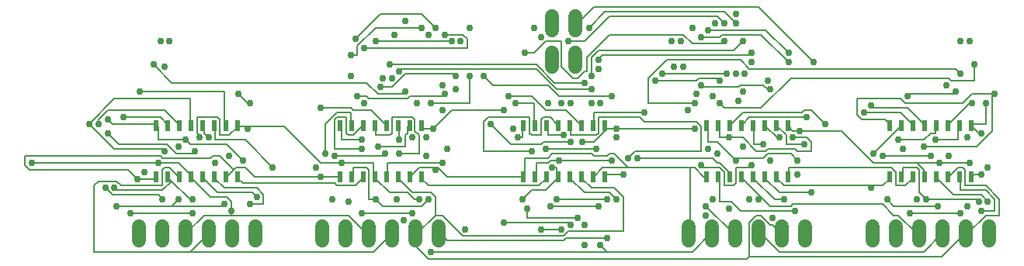
<source format=gbr>
G04 EAGLE Gerber RS-274X export*
G75*
%MOMM*%
%FSLAX34Y34*%
%LPD*%
%INBottom Copper*%
%IPPOS*%
%AMOC8*
5,1,8,0,0,1.08239X$1,22.5*%
G01*
%ADD10C,1.524000*%
%ADD11R,0.600000X1.200000*%
%ADD12C,0.152400*%
%ADD13C,0.756400*%


D10*
X936500Y32380D02*
X936500Y47620D01*
X961900Y47620D02*
X961900Y32380D01*
X987300Y32380D02*
X987300Y47620D01*
X1012700Y47620D02*
X1012700Y32380D01*
X1038100Y32380D02*
X1038100Y47620D01*
X1063500Y47620D02*
X1063500Y32380D01*
X587300Y222380D02*
X587300Y237620D01*
X612700Y237620D02*
X612700Y222380D01*
X587300Y262380D02*
X587300Y277620D01*
X612700Y277620D02*
X612700Y262380D01*
X336500Y47620D02*
X336500Y32380D01*
X361900Y32380D02*
X361900Y47620D01*
X387300Y47620D02*
X387300Y32380D01*
X412700Y32380D02*
X412700Y47620D01*
X438100Y47620D02*
X438100Y32380D01*
X463500Y32380D02*
X463500Y47620D01*
X136500Y47620D02*
X136500Y32380D01*
X161900Y32380D02*
X161900Y47620D01*
X187300Y47620D02*
X187300Y32380D01*
X212700Y32380D02*
X212700Y47620D01*
X238100Y47620D02*
X238100Y32380D01*
X263500Y32380D02*
X263500Y47620D01*
X736500Y47620D02*
X736500Y32380D01*
X761900Y32380D02*
X761900Y47620D01*
X787300Y47620D02*
X787300Y32380D01*
X812700Y32380D02*
X812700Y47620D01*
X838100Y47620D02*
X838100Y32380D01*
X863500Y32380D02*
X863500Y47620D01*
D11*
X155550Y158000D03*
X168250Y158000D03*
X180950Y158000D03*
X193650Y158000D03*
X206350Y158000D03*
X219050Y158000D03*
X231750Y158000D03*
X244450Y158000D03*
X244450Y102000D03*
X231750Y102000D03*
X219050Y102000D03*
X206350Y102000D03*
X193650Y102000D03*
X180950Y102000D03*
X168250Y102000D03*
X155550Y102000D03*
X355550Y158000D03*
X368250Y158000D03*
X380950Y158000D03*
X393650Y158000D03*
X406350Y158000D03*
X419050Y158000D03*
X431750Y158000D03*
X444450Y158000D03*
X444450Y102000D03*
X431750Y102000D03*
X419050Y102000D03*
X406350Y102000D03*
X393650Y102000D03*
X380950Y102000D03*
X368250Y102000D03*
X355550Y102000D03*
X555550Y158000D03*
X568250Y158000D03*
X580950Y158000D03*
X593650Y158000D03*
X606350Y158000D03*
X619050Y158000D03*
X631750Y158000D03*
X644450Y158000D03*
X644450Y102000D03*
X631750Y102000D03*
X619050Y102000D03*
X606350Y102000D03*
X593650Y102000D03*
X580950Y102000D03*
X568250Y102000D03*
X555550Y102000D03*
X755550Y158000D03*
X768250Y158000D03*
X780950Y158000D03*
X793650Y158000D03*
X806350Y158000D03*
X819050Y158000D03*
X831750Y158000D03*
X844450Y158000D03*
X844450Y102000D03*
X831750Y102000D03*
X819050Y102000D03*
X806350Y102000D03*
X793650Y102000D03*
X780950Y102000D03*
X768250Y102000D03*
X755550Y102000D03*
X955550Y158000D03*
X968250Y158000D03*
X980950Y158000D03*
X993650Y158000D03*
X1006350Y158000D03*
X1019050Y158000D03*
X1031750Y158000D03*
X1044450Y158000D03*
X1044450Y102000D03*
X1031750Y102000D03*
X1019050Y102000D03*
X1006350Y102000D03*
X993650Y102000D03*
X980950Y102000D03*
X968250Y102000D03*
X955550Y102000D03*
D12*
X830000Y77500D02*
X807500Y100000D01*
X830000Y77500D02*
X840000Y77500D01*
X807500Y100000D02*
X806350Y102000D01*
X1007500Y100000D02*
X1025000Y82500D01*
X1055000Y82500D01*
X1062500Y75000D01*
X1007500Y100000D02*
X1006350Y102000D01*
X222500Y85000D02*
X207500Y100000D01*
X222500Y85000D02*
X260000Y85000D01*
X265000Y80000D01*
X207500Y100000D02*
X206350Y102000D01*
X407500Y102500D02*
X407500Y117500D01*
X467500Y117500D01*
X407500Y102500D02*
X406350Y102000D01*
X607500Y100000D02*
X622500Y85000D01*
X650000Y85000D01*
X657500Y77500D01*
X647500Y35000D02*
X602500Y35000D01*
X600000Y32500D01*
X472500Y32500D01*
X465000Y40000D01*
X606350Y102000D02*
X607500Y100000D01*
X465000Y40000D02*
X463500Y40000D01*
D13*
X840000Y77500D03*
X1062500Y75000D03*
X265000Y80000D03*
X467500Y117500D03*
X657500Y77500D03*
X647500Y35000D03*
D12*
X820000Y100000D02*
X835000Y85000D01*
X870000Y85000D01*
X820000Y100000D02*
X819050Y102000D01*
X1020000Y102500D02*
X1030000Y112500D01*
X1035000Y112500D01*
X1037500Y110000D01*
X1037500Y92500D01*
X1060000Y92500D01*
X1075000Y77500D01*
X1075000Y60000D01*
X1060000Y60000D01*
X1040000Y40000D01*
X1019050Y102000D02*
X1020000Y102500D01*
X1038100Y40000D02*
X1040000Y40000D01*
X837500Y40000D02*
X827500Y50000D01*
X825000Y50000D01*
X815000Y60000D01*
X810000Y60000D01*
X802500Y52500D01*
X802500Y15000D01*
X1012500Y15000D01*
X1037500Y40000D01*
X838100Y40000D02*
X837500Y40000D01*
X1037500Y40000D02*
X1038100Y40000D01*
X230000Y90000D02*
X220000Y100000D01*
X230000Y90000D02*
X265000Y90000D01*
X272500Y82500D01*
X272500Y72500D01*
X257500Y72500D01*
X220000Y100000D02*
X219050Y102000D01*
X420000Y100000D02*
X435000Y85000D01*
X455000Y85000D01*
X460000Y80000D01*
X460000Y60000D01*
X440000Y40000D01*
X420000Y100000D02*
X419050Y102000D01*
X620000Y100000D02*
X630000Y90000D01*
X655000Y90000D01*
X665000Y80000D01*
X665000Y42500D01*
X605000Y42500D01*
X600000Y37500D01*
X490000Y37500D01*
X467500Y60000D01*
X460000Y60000D01*
X619050Y102000D02*
X620000Y100000D01*
X800000Y12500D02*
X802500Y15000D01*
X800000Y12500D02*
X452500Y12500D01*
X440000Y25000D01*
X440000Y40000D01*
X438100Y40000D01*
D13*
X870000Y85000D03*
X257500Y72500D03*
D12*
X392500Y102500D02*
X392500Y117500D01*
X357500Y117500D02*
X335000Y117500D01*
X357500Y117500D02*
X392500Y117500D01*
X335000Y117500D02*
X295000Y157500D01*
X255000Y157500D02*
X245000Y157500D01*
X255000Y157500D02*
X295000Y157500D01*
X392500Y102500D02*
X393650Y102000D01*
X202500Y145000D02*
X202500Y147500D01*
X200000Y150000D01*
X200000Y167500D01*
X222500Y167500D01*
X225000Y165000D01*
X225000Y147500D01*
X235000Y147500D01*
X245000Y157500D01*
X244450Y158000D01*
X195000Y100000D02*
X215000Y80000D01*
X232500Y80000D01*
X237500Y75000D01*
X237500Y65000D02*
X237500Y60000D01*
X237500Y65000D02*
X237500Y75000D01*
X237500Y60000D02*
X207500Y60000D01*
X187500Y40000D01*
X195000Y100000D02*
X193650Y102000D01*
X187500Y40000D02*
X187300Y40000D01*
X180000Y117500D02*
X157500Y117500D01*
X180000Y117500D02*
X195000Y102500D01*
X193650Y102000D01*
X365000Y60000D02*
X385000Y40000D01*
X365000Y60000D02*
X237500Y60000D01*
X385000Y40000D02*
X387300Y40000D01*
X157500Y117500D02*
X20000Y117500D01*
X255000Y155000D02*
X255000Y157500D01*
X445000Y157500D02*
X447500Y155000D01*
X457500Y155000D01*
X445000Y157500D02*
X444450Y158000D01*
X457500Y155000D02*
X477500Y175000D01*
X535000Y175000D01*
X645000Y157500D02*
X647500Y155000D01*
X657500Y155000D01*
X645000Y157500D02*
X644450Y158000D01*
X592500Y112500D02*
X592500Y102500D01*
X592500Y112500D02*
X587500Y112500D01*
X592500Y102500D02*
X593650Y102000D01*
X632500Y140000D02*
X647500Y155000D01*
X632500Y140000D02*
X620000Y140000D01*
X657500Y155000D02*
X742500Y155000D01*
X565000Y87500D02*
X555000Y77500D01*
X565000Y87500D02*
X580000Y87500D01*
X592500Y100000D01*
X593650Y102000D01*
X1045000Y157500D02*
X1052500Y150000D01*
X1055000Y150000D01*
X1045000Y157500D02*
X1044450Y158000D01*
X1060000Y160000D02*
X1060000Y182500D01*
X1060000Y160000D02*
X1045000Y160000D01*
X1044450Y158000D01*
X850000Y152500D02*
X845000Y157500D01*
X857500Y152500D02*
X902500Y152500D01*
X857500Y152500D02*
X850000Y152500D01*
X902500Y152500D02*
X937500Y117500D01*
X985000Y117500D01*
X992500Y110000D01*
X992500Y102500D01*
X845000Y157500D02*
X844450Y158000D01*
X992500Y102500D02*
X993650Y102000D01*
X985000Y117500D02*
X1010000Y117500D01*
X1042500Y117500D01*
X825000Y70000D02*
X815000Y80000D01*
X795000Y100000D01*
X825000Y70000D02*
X847500Y70000D01*
X850000Y72500D01*
X947500Y72500D01*
X960000Y60000D01*
X965000Y60000D01*
X985000Y40000D01*
X795000Y100000D02*
X793650Y102000D01*
X985000Y40000D02*
X987300Y40000D01*
X815000Y80000D02*
X812500Y77500D01*
X785000Y40000D02*
X755000Y70000D01*
X785000Y40000D02*
X787300Y40000D01*
X410000Y85000D02*
X395000Y100000D01*
X410000Y85000D02*
X430000Y85000D01*
X437500Y77500D01*
X442500Y77500D01*
X395000Y100000D02*
X393650Y102000D01*
D13*
X202500Y145000D03*
X357500Y117500D03*
X157500Y117500D03*
X237500Y65000D03*
X20000Y117500D03*
X255000Y155000D03*
X457500Y155000D03*
X535000Y175000D03*
X657500Y155000D03*
X587500Y112500D03*
X620000Y140000D03*
X742500Y155000D03*
X555000Y77500D03*
X1055000Y150000D03*
X1060000Y182500D03*
X1042500Y117500D03*
X857500Y152500D03*
X812500Y77500D03*
X1010000Y117500D03*
X755000Y70000D03*
X442500Y77500D03*
D12*
X250000Y95000D02*
X245000Y100000D01*
X250000Y95000D02*
X350000Y95000D01*
X352500Y92500D01*
X372500Y92500D01*
X380000Y100000D01*
X245000Y100000D02*
X244450Y102000D01*
X380000Y100000D02*
X380950Y102000D01*
X445000Y100000D02*
X452500Y92500D01*
X572500Y92500D01*
X580000Y100000D01*
X445000Y100000D02*
X444450Y102000D01*
X580000Y100000D02*
X580950Y102000D01*
X645000Y102500D02*
X647500Y105000D01*
X665000Y105000D01*
X680000Y122500D02*
X762500Y122500D01*
X767500Y117500D01*
X770000Y117500D01*
X780000Y107500D01*
X780000Y102500D01*
X645000Y102500D02*
X644450Y102000D01*
X780000Y102500D02*
X780950Y102000D01*
D13*
X665000Y105000D03*
X680000Y122500D03*
D12*
X192500Y77500D02*
X172500Y97500D01*
X170000Y100000D01*
X192500Y77500D02*
X195000Y77500D01*
X170000Y100000D02*
X168250Y102000D01*
X172500Y97500D02*
X162500Y87500D01*
X112500Y87500D01*
X110000Y90000D01*
D13*
X195000Y77500D03*
X110000Y90000D03*
D12*
X157500Y142500D02*
X157500Y157500D01*
X157500Y142500D02*
X187500Y142500D01*
X157500Y157500D02*
X155550Y158000D01*
X107500Y160000D02*
X102500Y165000D01*
X107500Y160000D02*
X155000Y160000D01*
X155550Y158000D01*
X232500Y137500D02*
X250000Y120000D01*
X232500Y137500D02*
X192500Y137500D01*
X187500Y142500D01*
D13*
X187500Y142500D03*
X102500Y165000D03*
X250000Y120000D03*
D12*
X167500Y160000D02*
X160000Y167500D01*
X120000Y167500D01*
X167500Y160000D02*
X168250Y158000D01*
X180000Y77500D02*
X172500Y70000D01*
X112500Y70000D01*
X227500Y70000D02*
X230000Y72500D01*
X227500Y70000D02*
X172500Y70000D01*
D13*
X120000Y167500D03*
X180000Y77500D03*
X112500Y70000D03*
X230000Y72500D03*
D12*
X180000Y160000D02*
X165000Y175000D01*
X102500Y175000D01*
X92500Y165000D01*
X92500Y160000D01*
X180000Y160000D02*
X180950Y158000D01*
D13*
X92500Y160000D03*
X180000Y135000D03*
X235000Y125000D03*
D12*
X192500Y160000D02*
X192500Y187500D01*
X110000Y187500D01*
X82500Y160000D01*
X192500Y160000D02*
X193650Y158000D01*
X165000Y130000D02*
X162500Y132500D01*
X110000Y132500D01*
X82500Y160000D01*
D13*
X82500Y160000D03*
X165000Y130000D03*
X220000Y117500D03*
D12*
X207500Y150000D02*
X207500Y157500D01*
X207500Y150000D02*
X212500Y145000D01*
X207500Y157500D02*
X206350Y158000D01*
X115000Y137500D02*
X102500Y150000D01*
X115000Y137500D02*
X167500Y137500D01*
X177500Y127500D01*
X195000Y127500D01*
X197500Y130000D01*
X157500Y82500D02*
X162500Y77500D01*
X157500Y82500D02*
X107500Y82500D01*
X100000Y90000D01*
D13*
X212500Y145000D03*
X197500Y130000D03*
X102500Y150000D03*
X162500Y77500D03*
X100000Y90000D03*
D12*
X220000Y142500D02*
X220000Y157500D01*
X220000Y142500D02*
X252500Y142500D01*
X282500Y112500D01*
X220000Y157500D02*
X219050Y158000D01*
D13*
X282500Y112500D03*
D12*
X230000Y160000D02*
X230000Y195000D01*
X137500Y195000D01*
X230000Y160000D02*
X231750Y158000D01*
X195000Y62500D02*
X127500Y62500D01*
D13*
X137500Y195000D03*
X195000Y62500D03*
X127500Y62500D03*
D12*
X370000Y102500D02*
X370000Y112500D01*
X385000Y112500D01*
X387500Y110000D01*
X387500Y77500D01*
X395000Y77500D01*
X370000Y102500D02*
X368250Y102000D01*
X445000Y70000D02*
X452500Y77500D01*
X445000Y70000D02*
X402500Y70000D01*
X395000Y77500D01*
D13*
X395000Y77500D03*
X452500Y77500D03*
D12*
X357500Y142500D02*
X357500Y157500D01*
X357500Y142500D02*
X380000Y142500D01*
X357500Y157500D02*
X355550Y158000D01*
D13*
X380000Y142500D03*
X450000Y125000D03*
D12*
X367500Y160000D02*
X367500Y172500D01*
X352500Y172500D01*
X340000Y160000D01*
X340000Y127500D01*
X368250Y158000D02*
X367500Y160000D01*
X380000Y62500D02*
X435000Y62500D01*
D13*
X340000Y127500D03*
X380000Y62500D03*
X435000Y62500D03*
D12*
X370000Y147500D02*
X380000Y157500D01*
X370000Y147500D02*
X365000Y147500D01*
X362500Y150000D01*
X362500Y167500D01*
X352500Y167500D01*
X350000Y165000D01*
X350000Y132500D01*
X380000Y132500D01*
X380000Y157500D02*
X380950Y158000D01*
D13*
X380000Y132500D03*
X425000Y55000D03*
D12*
X395000Y147500D02*
X395000Y157500D01*
X395000Y147500D02*
X410000Y147500D01*
X412500Y150000D01*
X412500Y167500D01*
X435000Y167500D01*
X437500Y165000D01*
X437500Y152500D01*
X442500Y147500D01*
X442500Y127500D01*
X420000Y127500D01*
X395000Y157500D02*
X393650Y158000D01*
D13*
X420000Y127500D03*
X365000Y75000D03*
D12*
X405000Y160000D02*
X390000Y175000D01*
X370000Y175000D01*
X367500Y177500D01*
X335000Y177500D01*
X405000Y160000D02*
X406350Y158000D01*
D13*
X335000Y177500D03*
X417500Y77500D03*
D12*
X420000Y142500D02*
X420000Y157500D01*
X419050Y158000D01*
X402500Y125000D02*
X350000Y125000D01*
X402500Y125000D02*
X405000Y127500D01*
D13*
X420000Y142500D03*
X405000Y127500D03*
X350000Y125000D03*
D12*
X430000Y150000D02*
X430000Y157500D01*
X430000Y150000D02*
X427500Y147500D01*
X427500Y135000D01*
X397500Y135000D01*
X430000Y157500D02*
X431750Y158000D01*
D13*
X397500Y135000D03*
X347500Y77500D03*
D12*
X570000Y102500D02*
X570000Y117500D01*
X582500Y117500D01*
X585000Y120000D01*
X595000Y120000D01*
X570000Y102500D02*
X568250Y102000D01*
X595000Y120000D02*
X652500Y120000D01*
D13*
X595000Y120000D03*
X652500Y120000D03*
D12*
X555000Y145000D02*
X555000Y157500D01*
X555000Y145000D02*
X550000Y145000D01*
X555000Y157500D02*
X555550Y158000D01*
X592500Y77500D02*
X647500Y77500D01*
D13*
X550000Y145000D03*
X592500Y77500D03*
X647500Y77500D03*
D12*
X567500Y160000D02*
X567500Y182500D01*
X547500Y182500D01*
X567500Y160000D02*
X568250Y158000D01*
X580000Y132500D02*
X635000Y132500D01*
D13*
X547500Y182500D03*
X580000Y132500D03*
X635000Y132500D03*
D12*
X582500Y147500D02*
X582500Y157500D01*
X582500Y147500D02*
X600000Y147500D01*
X582500Y157500D02*
X580950Y158000D01*
X585000Y70000D02*
X637500Y70000D01*
D13*
X600000Y147500D03*
X585000Y70000D03*
X637500Y70000D03*
D12*
X592500Y160000D02*
X585000Y167500D01*
X577500Y167500D01*
X575000Y165000D01*
X575000Y147500D01*
X565000Y147500D01*
X562500Y150000D01*
X562500Y167500D01*
X517500Y167500D01*
X512500Y162500D01*
X512500Y130000D01*
X565000Y130000D01*
X593650Y158000D02*
X592500Y160000D01*
D13*
X565000Y130000D03*
X622500Y50000D03*
X622500Y27500D03*
D12*
X607500Y147500D02*
X607500Y157500D01*
X607500Y147500D02*
X635000Y147500D01*
X637500Y150000D01*
X637500Y167500D01*
X682500Y167500D01*
X687500Y162500D01*
X745000Y162500D01*
X750000Y157500D01*
X750000Y130000D01*
X677500Y130000D01*
X670000Y122500D01*
X607500Y157500D02*
X606350Y158000D01*
X560000Y67500D02*
X560000Y57500D01*
X615000Y57500D01*
D13*
X670000Y122500D03*
X615000Y57500D03*
X560000Y67500D03*
D12*
X617500Y160000D02*
X602500Y175000D01*
X580000Y175000D01*
X565000Y190000D01*
X540000Y190000D01*
X617500Y160000D02*
X619050Y158000D01*
X605000Y52500D02*
X607500Y50000D01*
X605000Y52500D02*
X535000Y52500D01*
D13*
X540000Y190000D03*
X607500Y50000D03*
X535000Y52500D03*
D12*
X632500Y160000D02*
X632500Y172500D01*
X687500Y172500D01*
X632500Y160000D02*
X631750Y158000D01*
X597500Y45000D02*
X575000Y45000D01*
D13*
X687500Y172500D03*
X575000Y45000D03*
X597500Y45000D03*
D12*
X770000Y75000D02*
X770000Y100000D01*
X770000Y75000D02*
X782500Y75000D01*
X792500Y65000D01*
X852500Y65000D01*
X770000Y100000D02*
X768250Y102000D01*
D13*
X852500Y65000D03*
X795000Y135000D03*
D12*
X757500Y140000D02*
X757500Y157500D01*
X757500Y140000D02*
X767500Y140000D01*
X785000Y122500D01*
X757500Y157500D02*
X755550Y158000D01*
X847500Y127500D02*
X855000Y120000D01*
X847500Y127500D02*
X822500Y127500D01*
X817500Y122500D01*
X785000Y122500D01*
X787500Y120000D01*
D13*
X787500Y120000D03*
X855000Y120000D03*
D12*
X770000Y145000D02*
X770000Y157500D01*
X770000Y145000D02*
X780000Y145000D01*
X770000Y157500D02*
X768250Y158000D01*
X850000Y145000D02*
X865000Y145000D01*
X870000Y140000D01*
X870000Y130000D01*
X855000Y130000D01*
X852500Y132500D01*
X822500Y132500D01*
X820000Y130000D01*
X810000Y130000D01*
X795000Y145000D01*
X780000Y145000D01*
D13*
X780000Y145000D03*
X850000Y145000D03*
D12*
X795000Y172500D02*
X782500Y160000D01*
X795000Y172500D02*
X860000Y172500D01*
X862500Y175000D01*
X870000Y175000D01*
X885000Y160000D01*
X782500Y160000D02*
X780950Y158000D01*
D13*
X885000Y160000D03*
X827500Y57500D03*
X780000Y67500D03*
D12*
X795000Y160000D02*
X802500Y167500D01*
X865000Y167500D01*
X795000Y160000D02*
X793650Y158000D01*
D13*
X865000Y167500D03*
X825000Y120000D03*
X767500Y127500D03*
D12*
X807500Y137500D02*
X807500Y157500D01*
X807500Y137500D02*
X817500Y137500D01*
X807500Y157500D02*
X806350Y158000D01*
D13*
X817500Y137500D03*
X762500Y77500D03*
D12*
X832500Y145000D02*
X820000Y157500D01*
X832500Y145000D02*
X835000Y145000D01*
X820000Y157500D02*
X819050Y158000D01*
X752500Y112500D02*
X750000Y115000D01*
X752500Y112500D02*
X770000Y112500D01*
X775000Y107500D01*
X775000Y92500D01*
X785000Y92500D01*
X787500Y95000D01*
X787500Y112500D01*
X802500Y112500D01*
X805000Y115000D01*
D13*
X835000Y145000D03*
X805000Y115000D03*
X750000Y115000D03*
D12*
X832500Y157500D02*
X842500Y147500D01*
X842500Y137500D01*
X862500Y137500D01*
X832500Y157500D02*
X831750Y158000D01*
D13*
X862500Y137500D03*
X755000Y60000D03*
X802500Y77500D03*
D12*
X180000Y102500D02*
X170000Y112500D01*
X165000Y112500D01*
X162500Y110000D01*
X162500Y92500D01*
X117500Y92500D01*
X112500Y97500D01*
X92500Y97500D01*
X87500Y92500D01*
X87500Y20000D01*
X192500Y20000D01*
X212500Y40000D01*
X180950Y102000D02*
X180000Y102500D01*
X212500Y40000D02*
X212700Y40000D01*
X392500Y20000D02*
X412500Y40000D01*
X392500Y20000D02*
X192500Y20000D01*
X412500Y40000D02*
X412700Y40000D01*
X845000Y102500D02*
X845000Y112500D01*
X957500Y112500D01*
X962500Y107500D01*
X962500Y92500D01*
X972500Y92500D01*
X980000Y100000D01*
X845000Y102500D02*
X844450Y102000D01*
X980000Y100000D02*
X980950Y102000D01*
X1045000Y102500D02*
X1047500Y105000D01*
X1055000Y105000D01*
X1045000Y102500D02*
X1044450Y102000D01*
X835000Y20000D02*
X815000Y40000D01*
X835000Y20000D02*
X992500Y20000D01*
X1012500Y40000D01*
X815000Y40000D02*
X812700Y40000D01*
X1012500Y40000D02*
X1012700Y40000D01*
D13*
X1055000Y105000D03*
D12*
X1030000Y142500D02*
X1030000Y157500D01*
X1030000Y142500D02*
X1005000Y142500D01*
X1030000Y157500D02*
X1031750Y158000D01*
X1000000Y125000D02*
X947500Y125000D01*
D13*
X1005000Y142500D03*
X947500Y125000D03*
X1000000Y125000D03*
D12*
X1020000Y160000D02*
X1042500Y182500D01*
X1045000Y182500D01*
X1020000Y160000D02*
X1019050Y158000D01*
X952500Y77500D02*
X960000Y70000D01*
X1007500Y70000D01*
D13*
X1045000Y182500D03*
X1007500Y70000D03*
X952500Y77500D03*
D12*
X1005000Y150000D02*
X1005000Y157500D01*
X1005000Y150000D02*
X1000000Y150000D01*
X992500Y142500D01*
X965000Y142500D01*
X1005000Y157500D02*
X1006350Y158000D01*
D13*
X965000Y142500D03*
X1020000Y125000D03*
D12*
X992500Y160000D02*
X975000Y177500D01*
X937500Y177500D01*
X935000Y180000D01*
X992500Y160000D02*
X993650Y158000D01*
D13*
X935000Y180000D03*
X970000Y132500D03*
D12*
X980000Y160000D02*
X967500Y172500D01*
X927500Y172500D01*
X980000Y160000D02*
X980950Y158000D01*
X977500Y62500D02*
X1032500Y62500D01*
D13*
X927500Y172500D03*
X977500Y62500D03*
X1032500Y62500D03*
D12*
X937500Y127500D02*
X967500Y157500D01*
X968250Y158000D01*
D13*
X937500Y127500D03*
X985000Y77500D03*
X1040000Y70000D03*
D12*
X955000Y160000D02*
X950000Y165000D01*
X925000Y165000D01*
X920000Y170000D01*
X920000Y187500D01*
X967500Y187500D01*
X972500Y182500D01*
X1035000Y182500D01*
X1045000Y192500D01*
X1067500Y192500D01*
X955000Y160000D02*
X955550Y158000D01*
X992500Y135000D02*
X1050000Y135000D01*
X1067500Y152500D01*
X1067500Y192500D01*
X1070000Y192500D01*
D13*
X1070000Y192500D03*
X992500Y135000D03*
D12*
X970000Y112500D02*
X970000Y102500D01*
X970000Y112500D02*
X985000Y112500D01*
X987500Y110000D01*
X987500Y85000D01*
X995000Y77500D01*
X970000Y102500D02*
X968250Y102000D01*
X1050000Y77500D02*
X1052500Y75000D01*
X1050000Y77500D02*
X995000Y77500D01*
D13*
X995000Y77500D03*
X1052500Y75000D03*
D12*
X805000Y237500D02*
X802500Y235000D01*
X642500Y235000D01*
X637500Y230000D01*
D13*
X805000Y237500D03*
X637500Y230000D03*
X597500Y182500D03*
D12*
X785000Y240000D02*
X795000Y250000D01*
X785000Y240000D02*
X637500Y240000D01*
X630000Y232500D01*
X630000Y212500D01*
D13*
X795000Y250000D03*
X630000Y212500D03*
D12*
X775000Y282500D02*
X787500Y270000D01*
X775000Y282500D02*
X645000Y282500D01*
X627500Y265000D01*
D13*
X787500Y270000D03*
X627500Y265000D03*
X582500Y182500D03*
D12*
X767500Y277500D02*
X775000Y270000D01*
X767500Y277500D02*
X650000Y277500D01*
X622500Y250000D01*
X605000Y250000D01*
D13*
X775000Y270000D03*
X605000Y250000D03*
X805000Y227500D03*
X575000Y255000D03*
D12*
X772500Y247500D02*
X775000Y250000D01*
X772500Y247500D02*
X740000Y247500D01*
X730000Y257500D01*
X650000Y257500D01*
X625000Y232500D01*
X625000Y217500D01*
X622500Y217500D01*
X615000Y210000D01*
X610000Y210000D01*
X597500Y222500D01*
X597500Y250000D01*
X580000Y250000D01*
X567500Y237500D01*
X557500Y237500D01*
D13*
X775000Y250000D03*
X557500Y237500D03*
X765000Y270000D03*
X567500Y265000D03*
X745000Y192500D03*
X545000Y155000D03*
D12*
X812500Y287500D02*
X872500Y227500D01*
X812500Y287500D02*
X632500Y287500D01*
X615000Y270000D01*
X612700Y270000D01*
D13*
X872500Y227500D03*
X142500Y107500D03*
X330000Y112500D03*
X492500Y45000D03*
X472500Y132500D03*
X657500Y145000D03*
X855000Y105000D03*
X1062500Y112500D03*
D12*
X1025000Y192500D02*
X1027500Y195000D01*
X1025000Y192500D02*
X977500Y192500D01*
X975000Y190000D01*
X647500Y20000D02*
X640000Y27500D01*
X647500Y20000D02*
X740000Y20000D01*
X760000Y40000D01*
X761900Y40000D01*
X647500Y20000D02*
X455000Y20000D01*
D13*
X1027500Y195000D03*
X975000Y190000D03*
X640000Y27500D03*
X455000Y20000D03*
D12*
X155000Y100000D02*
X135000Y100000D01*
X155000Y100000D02*
X155550Y102000D01*
X240000Y110000D02*
X242500Y112500D01*
X240000Y110000D02*
X232500Y102500D01*
X242500Y112500D02*
X252500Y112500D01*
X262500Y102500D01*
X335000Y102500D02*
X355000Y102500D01*
X335000Y102500D02*
X262500Y102500D01*
X232500Y102500D02*
X231750Y102000D01*
X355000Y102500D02*
X355550Y102000D01*
X135000Y100000D02*
X125000Y110000D01*
X17500Y110000D01*
X12500Y115000D01*
X12500Y125000D01*
X160000Y125000D01*
X162500Y122500D01*
X215000Y122500D01*
X217500Y125000D01*
X225000Y125000D01*
X240000Y110000D01*
X832500Y100000D02*
X840000Y92500D01*
X935000Y92500D02*
X947500Y92500D01*
X935000Y92500D02*
X840000Y92500D01*
X947500Y92500D02*
X955000Y100000D01*
X832500Y100000D02*
X831750Y102000D01*
X955000Y100000D02*
X955550Y102000D01*
X1032500Y100000D02*
X1032500Y87500D01*
X1060000Y87500D01*
X1070000Y77500D01*
X1070000Y65000D01*
X1055000Y65000D01*
X1032500Y100000D02*
X1031750Y102000D01*
X935000Y92500D02*
X935000Y90000D01*
X442500Y112500D02*
X432500Y102500D01*
X460000Y112500D02*
X462500Y112500D01*
X460000Y112500D02*
X442500Y112500D01*
X462500Y112500D02*
X472500Y102500D01*
X555000Y102500D01*
X432500Y102500D02*
X431750Y102000D01*
X555000Y102500D02*
X555550Y102000D01*
X632500Y102500D02*
X642500Y112500D01*
X737500Y112500D02*
X742500Y112500D01*
X737500Y112500D02*
X670000Y112500D01*
X642500Y112500D01*
X742500Y112500D02*
X752500Y102500D01*
X755000Y102500D01*
X632500Y102500D02*
X631750Y102000D01*
X755000Y102500D02*
X755550Y102000D01*
X737500Y112500D02*
X737500Y40000D01*
X736500Y40000D01*
X557500Y102500D02*
X557500Y122500D01*
X582500Y122500D01*
X587500Y127500D01*
X630000Y127500D01*
X632500Y125000D01*
X647500Y125000D01*
X650000Y127500D01*
X655000Y127500D01*
X670000Y112500D01*
X557500Y102500D02*
X555550Y102000D01*
X460000Y110000D02*
X460000Y112500D01*
D13*
X135000Y100000D03*
X335000Y102500D03*
X1055000Y65000D03*
X935000Y90000D03*
X460000Y110000D03*
D12*
X255000Y182500D02*
X245000Y192500D01*
X255000Y182500D02*
X257500Y182500D01*
D13*
X245000Y192500D03*
X257500Y182500D03*
X170000Y250000D03*
X450000Y145000D03*
X160000Y250000D03*
X440000Y182500D03*
X165000Y222500D03*
X435000Y145000D03*
D12*
X172500Y205000D02*
X152500Y225000D01*
X172500Y205000D02*
X385000Y205000D01*
X397500Y192500D01*
X425000Y192500D01*
X427500Y195000D01*
D13*
X152500Y225000D03*
X427500Y195000D03*
D12*
X497500Y182500D02*
X497500Y212500D01*
X497500Y182500D02*
X455000Y182500D01*
D13*
X497500Y212500D03*
X455000Y182500D03*
X487500Y250000D03*
X412500Y210000D03*
X482500Y197500D03*
X402500Y210000D03*
D12*
X480000Y215000D02*
X482500Y212500D01*
X480000Y215000D02*
X427500Y215000D01*
X412500Y200000D01*
X400000Y200000D01*
D13*
X482500Y212500D03*
X400000Y200000D03*
D12*
X395000Y250000D02*
X477500Y250000D01*
D13*
X477500Y250000D03*
X395000Y250000D03*
D12*
X470000Y257500D02*
X490000Y257500D01*
X495000Y252500D01*
X495000Y242500D01*
X382500Y242500D01*
D13*
X470000Y257500D03*
X382500Y242500D03*
X467500Y202500D03*
X382500Y182500D03*
D12*
X467500Y190000D02*
X470000Y192500D01*
X467500Y190000D02*
X432500Y190000D01*
X430000Y187500D01*
X387500Y187500D01*
X385000Y190000D01*
X375000Y190000D01*
D13*
X470000Y192500D03*
X375000Y190000D03*
D12*
X460000Y265000D02*
X445000Y280000D01*
X400000Y280000D01*
X372500Y252500D01*
D13*
X460000Y265000D03*
X372500Y252500D03*
X452500Y257500D03*
X367500Y212500D03*
D12*
X395000Y265000D02*
X445000Y265000D01*
X395000Y265000D02*
X375000Y245000D01*
X375000Y235000D01*
X367500Y235000D01*
D13*
X445000Y265000D03*
X367500Y235000D03*
D12*
X512500Y212500D02*
X522500Y202500D01*
X582500Y202500D01*
X595000Y190000D01*
X652500Y190000D01*
D13*
X512500Y212500D03*
X652500Y190000D03*
X497500Y265000D03*
X637500Y220000D03*
X467500Y175000D03*
X640000Y182500D03*
X427500Y272500D03*
X630000Y182500D03*
D12*
X422500Y220000D02*
X420000Y217500D01*
X422500Y220000D02*
X570000Y220000D01*
X592500Y197500D01*
X630000Y197500D01*
D13*
X420000Y217500D03*
X630000Y197500D03*
D12*
X570000Y225000D02*
X410000Y225000D01*
X570000Y225000D02*
X590000Y205000D01*
X622500Y205000D01*
D13*
X410000Y225000D03*
X622500Y205000D03*
X415000Y257500D03*
X607500Y182500D03*
D12*
X542500Y137500D02*
X520000Y160000D01*
X542500Y137500D02*
X575000Y137500D01*
X577500Y140000D01*
X607500Y140000D01*
D13*
X520000Y160000D03*
X607500Y140000D03*
D12*
X757500Y262500D02*
X820000Y262500D01*
X845000Y237500D01*
D13*
X757500Y262500D03*
X845000Y237500D03*
D12*
X770000Y255000D02*
X750000Y255000D01*
X770000Y255000D02*
X772500Y257500D01*
X815000Y257500D01*
X845000Y227500D01*
D13*
X750000Y255000D03*
X845000Y227500D03*
D12*
X752500Y200000D02*
X750000Y202500D01*
X752500Y200000D02*
X790000Y200000D01*
X792500Y202500D01*
X817500Y202500D01*
X822500Y197500D01*
X825000Y197500D01*
D13*
X750000Y202500D03*
X825000Y197500D03*
X735000Y175000D03*
X822500Y207500D03*
X740000Y265000D03*
X787500Y280000D03*
X727500Y250000D03*
X797500Y215000D03*
X730000Y222500D03*
X787500Y215000D03*
X717500Y250000D03*
X795000Y195000D03*
X720000Y222500D03*
X790000Y185000D03*
D12*
X777500Y215000D02*
X707500Y215000D01*
D13*
X707500Y215000D03*
X777500Y215000D03*
D12*
X745000Y207500D02*
X700000Y207500D01*
X745000Y207500D02*
X747500Y210000D01*
X767500Y210000D01*
X770000Y207500D01*
D13*
X700000Y207500D03*
X770000Y207500D03*
D12*
X1047500Y207500D02*
X1047500Y225000D01*
X1047500Y207500D02*
X1022500Y207500D01*
X1020000Y210000D01*
X847500Y210000D01*
X815000Y177500D01*
X775000Y177500D01*
X770000Y182500D01*
D13*
X1047500Y225000D03*
X770000Y182500D03*
X1042500Y250000D03*
X757500Y132500D03*
X1032500Y250000D03*
X762500Y190000D03*
D12*
X1027500Y220000D02*
X1032500Y215000D01*
X1027500Y220000D02*
X802500Y220000D01*
X792500Y230000D01*
X712500Y230000D01*
X692500Y210000D01*
X692500Y182500D01*
X742500Y182500D01*
D13*
X1032500Y215000D03*
X742500Y182500D03*
X1017500Y202500D03*
X1040000Y145000D03*
M02*

</source>
